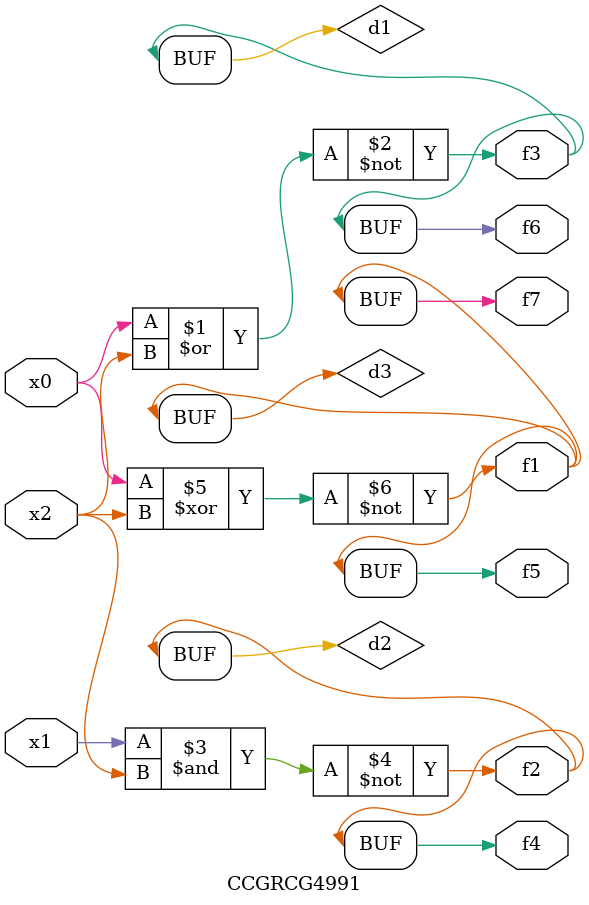
<source format=v>
module CCGRCG4991(
	input x0, x1, x2,
	output f1, f2, f3, f4, f5, f6, f7
);

	wire d1, d2, d3;

	nor (d1, x0, x2);
	nand (d2, x1, x2);
	xnor (d3, x0, x2);
	assign f1 = d3;
	assign f2 = d2;
	assign f3 = d1;
	assign f4 = d2;
	assign f5 = d3;
	assign f6 = d1;
	assign f7 = d3;
endmodule

</source>
